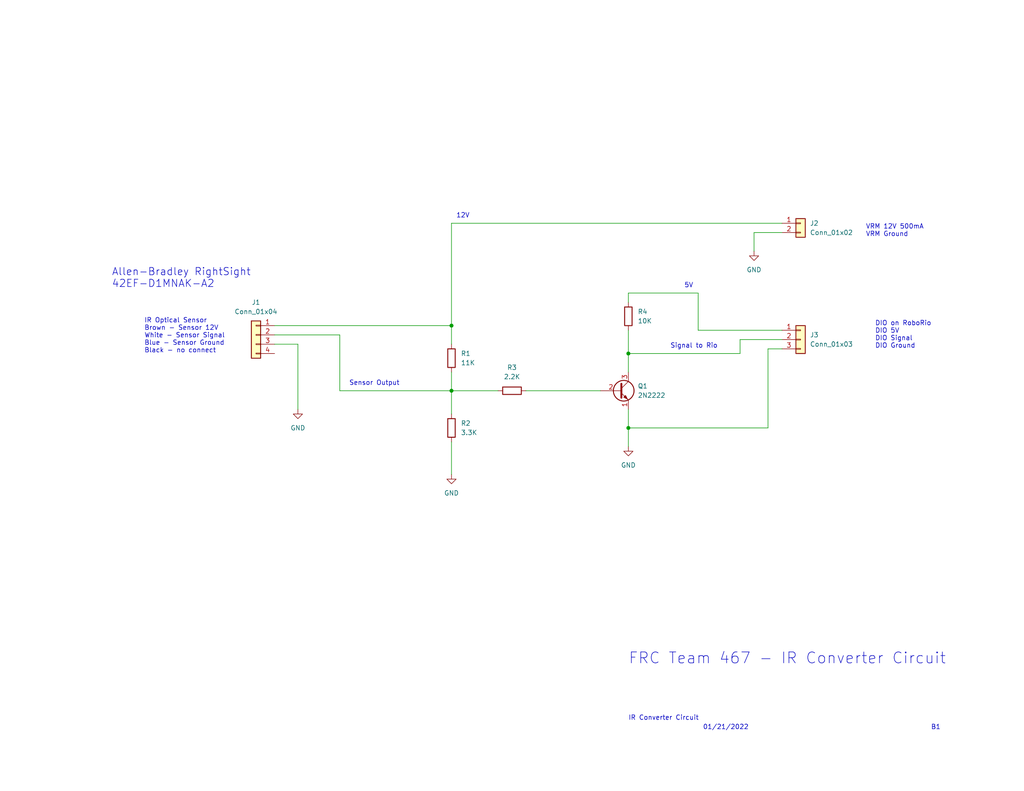
<source format=kicad_sch>
(kicad_sch (version 20211123) (generator eeschema)

  (uuid 7405a170-b61b-49b3-ab38-1050b309f159)

  (paper "A")

  (lib_symbols
    (symbol "Connector_Generic:Conn_01x02" (pin_names (offset 1.016) hide) (in_bom yes) (on_board yes)
      (property "Reference" "J" (id 0) (at 0 2.54 0)
        (effects (font (size 1.27 1.27)))
      )
      (property "Value" "Conn_01x02" (id 1) (at 0 -5.08 0)
        (effects (font (size 1.27 1.27)))
      )
      (property "Footprint" "" (id 2) (at 0 0 0)
        (effects (font (size 1.27 1.27)) hide)
      )
      (property "Datasheet" "~" (id 3) (at 0 0 0)
        (effects (font (size 1.27 1.27)) hide)
      )
      (property "ki_keywords" "connector" (id 4) (at 0 0 0)
        (effects (font (size 1.27 1.27)) hide)
      )
      (property "ki_description" "Generic connector, single row, 01x02, script generated (kicad-library-utils/schlib/autogen/connector/)" (id 5) (at 0 0 0)
        (effects (font (size 1.27 1.27)) hide)
      )
      (property "ki_fp_filters" "Connector*:*_1x??_*" (id 6) (at 0 0 0)
        (effects (font (size 1.27 1.27)) hide)
      )
      (symbol "Conn_01x02_1_1"
        (rectangle (start -1.27 -2.413) (end 0 -2.667)
          (stroke (width 0.1524) (type default) (color 0 0 0 0))
          (fill (type none))
        )
        (rectangle (start -1.27 0.127) (end 0 -0.127)
          (stroke (width 0.1524) (type default) (color 0 0 0 0))
          (fill (type none))
        )
        (rectangle (start -1.27 1.27) (end 1.27 -3.81)
          (stroke (width 0.254) (type default) (color 0 0 0 0))
          (fill (type background))
        )
        (pin passive line (at -5.08 0 0) (length 3.81)
          (name "Pin_1" (effects (font (size 1.27 1.27))))
          (number "1" (effects (font (size 1.27 1.27))))
        )
        (pin passive line (at -5.08 -2.54 0) (length 3.81)
          (name "Pin_2" (effects (font (size 1.27 1.27))))
          (number "2" (effects (font (size 1.27 1.27))))
        )
      )
    )
    (symbol "Connector_Generic:Conn_01x03" (pin_names (offset 1.016) hide) (in_bom yes) (on_board yes)
      (property "Reference" "J" (id 0) (at 0 5.08 0)
        (effects (font (size 1.27 1.27)))
      )
      (property "Value" "Conn_01x03" (id 1) (at 0 -5.08 0)
        (effects (font (size 1.27 1.27)))
      )
      (property "Footprint" "" (id 2) (at 0 0 0)
        (effects (font (size 1.27 1.27)) hide)
      )
      (property "Datasheet" "~" (id 3) (at 0 0 0)
        (effects (font (size 1.27 1.27)) hide)
      )
      (property "ki_keywords" "connector" (id 4) (at 0 0 0)
        (effects (font (size 1.27 1.27)) hide)
      )
      (property "ki_description" "Generic connector, single row, 01x03, script generated (kicad-library-utils/schlib/autogen/connector/)" (id 5) (at 0 0 0)
        (effects (font (size 1.27 1.27)) hide)
      )
      (property "ki_fp_filters" "Connector*:*_1x??_*" (id 6) (at 0 0 0)
        (effects (font (size 1.27 1.27)) hide)
      )
      (symbol "Conn_01x03_1_1"
        (rectangle (start -1.27 -2.413) (end 0 -2.667)
          (stroke (width 0.1524) (type default) (color 0 0 0 0))
          (fill (type none))
        )
        (rectangle (start -1.27 0.127) (end 0 -0.127)
          (stroke (width 0.1524) (type default) (color 0 0 0 0))
          (fill (type none))
        )
        (rectangle (start -1.27 2.667) (end 0 2.413)
          (stroke (width 0.1524) (type default) (color 0 0 0 0))
          (fill (type none))
        )
        (rectangle (start -1.27 3.81) (end 1.27 -3.81)
          (stroke (width 0.254) (type default) (color 0 0 0 0))
          (fill (type background))
        )
        (pin passive line (at -5.08 2.54 0) (length 3.81)
          (name "Pin_1" (effects (font (size 1.27 1.27))))
          (number "1" (effects (font (size 1.27 1.27))))
        )
        (pin passive line (at -5.08 0 0) (length 3.81)
          (name "Pin_2" (effects (font (size 1.27 1.27))))
          (number "2" (effects (font (size 1.27 1.27))))
        )
        (pin passive line (at -5.08 -2.54 0) (length 3.81)
          (name "Pin_3" (effects (font (size 1.27 1.27))))
          (number "3" (effects (font (size 1.27 1.27))))
        )
      )
    )
    (symbol "Connector_Generic:Conn_01x04" (pin_names (offset 1.016) hide) (in_bom yes) (on_board yes)
      (property "Reference" "J" (id 0) (at 0 5.08 0)
        (effects (font (size 1.27 1.27)))
      )
      (property "Value" "Conn_01x04" (id 1) (at 0 -7.62 0)
        (effects (font (size 1.27 1.27)))
      )
      (property "Footprint" "" (id 2) (at 0 0 0)
        (effects (font (size 1.27 1.27)) hide)
      )
      (property "Datasheet" "~" (id 3) (at 0 0 0)
        (effects (font (size 1.27 1.27)) hide)
      )
      (property "ki_keywords" "connector" (id 4) (at 0 0 0)
        (effects (font (size 1.27 1.27)) hide)
      )
      (property "ki_description" "Generic connector, single row, 01x04, script generated (kicad-library-utils/schlib/autogen/connector/)" (id 5) (at 0 0 0)
        (effects (font (size 1.27 1.27)) hide)
      )
      (property "ki_fp_filters" "Connector*:*_1x??_*" (id 6) (at 0 0 0)
        (effects (font (size 1.27 1.27)) hide)
      )
      (symbol "Conn_01x04_1_1"
        (rectangle (start -1.27 -4.953) (end 0 -5.207)
          (stroke (width 0.1524) (type default) (color 0 0 0 0))
          (fill (type none))
        )
        (rectangle (start -1.27 -2.413) (end 0 -2.667)
          (stroke (width 0.1524) (type default) (color 0 0 0 0))
          (fill (type none))
        )
        (rectangle (start -1.27 0.127) (end 0 -0.127)
          (stroke (width 0.1524) (type default) (color 0 0 0 0))
          (fill (type none))
        )
        (rectangle (start -1.27 2.667) (end 0 2.413)
          (stroke (width 0.1524) (type default) (color 0 0 0 0))
          (fill (type none))
        )
        (rectangle (start -1.27 3.81) (end 1.27 -6.35)
          (stroke (width 0.254) (type default) (color 0 0 0 0))
          (fill (type background))
        )
        (pin passive line (at -5.08 2.54 0) (length 3.81)
          (name "Pin_1" (effects (font (size 1.27 1.27))))
          (number "1" (effects (font (size 1.27 1.27))))
        )
        (pin passive line (at -5.08 0 0) (length 3.81)
          (name "Pin_2" (effects (font (size 1.27 1.27))))
          (number "2" (effects (font (size 1.27 1.27))))
        )
        (pin passive line (at -5.08 -2.54 0) (length 3.81)
          (name "Pin_3" (effects (font (size 1.27 1.27))))
          (number "3" (effects (font (size 1.27 1.27))))
        )
        (pin passive line (at -5.08 -5.08 0) (length 3.81)
          (name "Pin_4" (effects (font (size 1.27 1.27))))
          (number "4" (effects (font (size 1.27 1.27))))
        )
      )
    )
    (symbol "Device:R" (pin_numbers hide) (pin_names (offset 0)) (in_bom yes) (on_board yes)
      (property "Reference" "R" (id 0) (at 2.032 0 90)
        (effects (font (size 1.27 1.27)))
      )
      (property "Value" "R" (id 1) (at 0 0 90)
        (effects (font (size 1.27 1.27)))
      )
      (property "Footprint" "" (id 2) (at -1.778 0 90)
        (effects (font (size 1.27 1.27)) hide)
      )
      (property "Datasheet" "~" (id 3) (at 0 0 0)
        (effects (font (size 1.27 1.27)) hide)
      )
      (property "ki_keywords" "R res resistor" (id 4) (at 0 0 0)
        (effects (font (size 1.27 1.27)) hide)
      )
      (property "ki_description" "Resistor" (id 5) (at 0 0 0)
        (effects (font (size 1.27 1.27)) hide)
      )
      (property "ki_fp_filters" "R_*" (id 6) (at 0 0 0)
        (effects (font (size 1.27 1.27)) hide)
      )
      (symbol "R_0_1"
        (rectangle (start -1.016 -2.54) (end 1.016 2.54)
          (stroke (width 0.254) (type default) (color 0 0 0 0))
          (fill (type none))
        )
      )
      (symbol "R_1_1"
        (pin passive line (at 0 3.81 270) (length 1.27)
          (name "~" (effects (font (size 1.27 1.27))))
          (number "1" (effects (font (size 1.27 1.27))))
        )
        (pin passive line (at 0 -3.81 90) (length 1.27)
          (name "~" (effects (font (size 1.27 1.27))))
          (number "2" (effects (font (size 1.27 1.27))))
        )
      )
    )
    (symbol "Transistor_BJT:2N2219" (pin_names (offset 0) hide) (in_bom yes) (on_board yes)
      (property "Reference" "Q" (id 0) (at 5.08 1.905 0)
        (effects (font (size 1.27 1.27)) (justify left))
      )
      (property "Value" "2N2219" (id 1) (at 5.08 0 0)
        (effects (font (size 1.27 1.27)) (justify left))
      )
      (property "Footprint" "Package_TO_SOT_THT:TO-39-3" (id 2) (at 5.08 -1.905 0)
        (effects (font (size 1.27 1.27) italic) (justify left) hide)
      )
      (property "Datasheet" "http://www.onsemi.com/pub_link/Collateral/2N2219-D.PDF" (id 3) (at 0 0 0)
        (effects (font (size 1.27 1.27)) (justify left) hide)
      )
      (property "ki_keywords" "NPN Transistor" (id 4) (at 0 0 0)
        (effects (font (size 1.27 1.27)) hide)
      )
      (property "ki_description" "800mA Ic, 50V Vce, NPN Transistor, TO-39" (id 5) (at 0 0 0)
        (effects (font (size 1.27 1.27)) hide)
      )
      (property "ki_fp_filters" "TO?39*" (id 6) (at 0 0 0)
        (effects (font (size 1.27 1.27)) hide)
      )
      (symbol "2N2219_0_1"
        (polyline
          (pts
            (xy 0.635 0.635)
            (xy 2.54 2.54)
          )
          (stroke (width 0) (type default) (color 0 0 0 0))
          (fill (type none))
        )
        (polyline
          (pts
            (xy 0.635 -0.635)
            (xy 2.54 -2.54)
            (xy 2.54 -2.54)
          )
          (stroke (width 0) (type default) (color 0 0 0 0))
          (fill (type none))
        )
        (polyline
          (pts
            (xy 0.635 1.905)
            (xy 0.635 -1.905)
            (xy 0.635 -1.905)
          )
          (stroke (width 0.508) (type default) (color 0 0 0 0))
          (fill (type none))
        )
        (polyline
          (pts
            (xy 1.27 -1.778)
            (xy 1.778 -1.27)
            (xy 2.286 -2.286)
            (xy 1.27 -1.778)
            (xy 1.27 -1.778)
          )
          (stroke (width 0) (type default) (color 0 0 0 0))
          (fill (type outline))
        )
        (circle (center 1.27 0) (radius 2.8194)
          (stroke (width 0.254) (type default) (color 0 0 0 0))
          (fill (type none))
        )
      )
      (symbol "2N2219_1_1"
        (pin passive line (at 2.54 -5.08 90) (length 2.54)
          (name "E" (effects (font (size 1.27 1.27))))
          (number "1" (effects (font (size 1.27 1.27))))
        )
        (pin passive line (at -5.08 0 0) (length 5.715)
          (name "B" (effects (font (size 1.27 1.27))))
          (number "2" (effects (font (size 1.27 1.27))))
        )
        (pin passive line (at 2.54 5.08 270) (length 2.54)
          (name "C" (effects (font (size 1.27 1.27))))
          (number "3" (effects (font (size 1.27 1.27))))
        )
      )
    )
    (symbol "power:GND" (power) (pin_names (offset 0)) (in_bom yes) (on_board yes)
      (property "Reference" "#PWR" (id 0) (at 0 -6.35 0)
        (effects (font (size 1.27 1.27)) hide)
      )
      (property "Value" "GND" (id 1) (at 0 -3.81 0)
        (effects (font (size 1.27 1.27)))
      )
      (property "Footprint" "" (id 2) (at 0 0 0)
        (effects (font (size 1.27 1.27)) hide)
      )
      (property "Datasheet" "" (id 3) (at 0 0 0)
        (effects (font (size 1.27 1.27)) hide)
      )
      (property "ki_keywords" "power-flag" (id 4) (at 0 0 0)
        (effects (font (size 1.27 1.27)) hide)
      )
      (property "ki_description" "Power symbol creates a global label with name \"GND\" , ground" (id 5) (at 0 0 0)
        (effects (font (size 1.27 1.27)) hide)
      )
      (symbol "GND_0_1"
        (polyline
          (pts
            (xy 0 0)
            (xy 0 -1.27)
            (xy 1.27 -1.27)
            (xy 0 -2.54)
            (xy -1.27 -1.27)
            (xy 0 -1.27)
          )
          (stroke (width 0) (type default) (color 0 0 0 0))
          (fill (type none))
        )
      )
      (symbol "GND_1_1"
        (pin power_in line (at 0 0 270) (length 0) hide
          (name "GND" (effects (font (size 1.27 1.27))))
          (number "1" (effects (font (size 1.27 1.27))))
        )
      )
    )
  )

  (junction (at 171.45 96.52) (diameter 0) (color 0 0 0 0)
    (uuid 0f5e3c5f-346e-4015-af17-0b2c5f831188)
  )
  (junction (at 171.45 116.84) (diameter 0) (color 0 0 0 0)
    (uuid 3634c3e2-3991-4dd0-86fe-b6f6704a2e6b)
  )
  (junction (at 123.19 106.68) (diameter 0) (color 0 0 0 0)
    (uuid 4b405c1f-4e0c-4184-adc2-d525d8d8918b)
  )
  (junction (at 123.19 88.9) (diameter 0) (color 0 0 0 0)
    (uuid 4b9af1f7-7c53-4517-b6ed-ea3900538dcf)
  )

  (wire (pts (xy 92.71 106.68) (xy 123.19 106.68))
    (stroke (width 0) (type default) (color 0 0 0 0))
    (uuid 103f1028-608c-4b12-9bdc-a4793aafe1f6)
  )
  (wire (pts (xy 123.19 60.96) (xy 213.36 60.96))
    (stroke (width 0) (type default) (color 0 0 0 0))
    (uuid 191abc3c-032b-4d20-946b-c3fe9575e1b5)
  )
  (wire (pts (xy 201.93 92.71) (xy 213.36 92.71))
    (stroke (width 0) (type default) (color 0 0 0 0))
    (uuid 19ff652d-041c-41f0-abff-d3a20fbdb68f)
  )
  (wire (pts (xy 171.45 90.17) (xy 171.45 96.52))
    (stroke (width 0) (type default) (color 0 0 0 0))
    (uuid 1afd6dc5-74df-4c34-85e8-fd938d4bcdcb)
  )
  (wire (pts (xy 213.36 63.5) (xy 205.74 63.5))
    (stroke (width 0) (type default) (color 0 0 0 0))
    (uuid 1f64c2fa-89ce-4835-bfa2-b9790d679f3f)
  )
  (wire (pts (xy 190.5 90.17) (xy 190.5 80.01))
    (stroke (width 0) (type default) (color 0 0 0 0))
    (uuid 2b3bc1b7-6c44-4c2a-8ae8-8bdddae8b2d6)
  )
  (wire (pts (xy 92.71 91.44) (xy 92.71 106.68))
    (stroke (width 0) (type default) (color 0 0 0 0))
    (uuid 3ba211fc-60c6-40db-95a2-1fc4d0dbd9a5)
  )
  (wire (pts (xy 74.93 93.98) (xy 81.28 93.98))
    (stroke (width 0) (type default) (color 0 0 0 0))
    (uuid 4c7db964-da0a-401a-9d27-213b063bed8b)
  )
  (wire (pts (xy 171.45 80.01) (xy 171.45 82.55))
    (stroke (width 0) (type default) (color 0 0 0 0))
    (uuid 4f4c1720-b146-4d3e-8a12-b9faa9c3951e)
  )
  (wire (pts (xy 143.51 106.68) (xy 163.83 106.68))
    (stroke (width 0) (type default) (color 0 0 0 0))
    (uuid 5589dea4-b52d-48ea-9584-0dcba2acd0fe)
  )
  (wire (pts (xy 201.93 96.52) (xy 201.93 92.71))
    (stroke (width 0) (type default) (color 0 0 0 0))
    (uuid 5e03ced4-c6d0-44d1-b750-59525dc3560b)
  )
  (wire (pts (xy 81.28 93.98) (xy 81.28 111.76))
    (stroke (width 0) (type default) (color 0 0 0 0))
    (uuid 6b5cdf81-6103-414a-bbca-80af08dd447f)
  )
  (wire (pts (xy 123.19 106.68) (xy 123.19 101.6))
    (stroke (width 0) (type default) (color 0 0 0 0))
    (uuid 6bc0a27a-ddc1-426d-8f8e-e0019c0acbb3)
  )
  (wire (pts (xy 123.19 88.9) (xy 123.19 60.96))
    (stroke (width 0) (type default) (color 0 0 0 0))
    (uuid 71cb587c-2b9a-448f-a37c-cf0ed6dc5357)
  )
  (wire (pts (xy 123.19 88.9) (xy 123.19 93.98))
    (stroke (width 0) (type default) (color 0 0 0 0))
    (uuid 916f1ee1-ab4f-4932-8c6e-d3332d4f09ae)
  )
  (wire (pts (xy 213.36 90.17) (xy 190.5 90.17))
    (stroke (width 0) (type default) (color 0 0 0 0))
    (uuid a743ff4e-70ea-477f-a0e3-f6dba419b6a0)
  )
  (wire (pts (xy 205.74 63.5) (xy 205.74 68.58))
    (stroke (width 0) (type default) (color 0 0 0 0))
    (uuid abba95bf-bbd5-4fa8-9287-1625ee918451)
  )
  (wire (pts (xy 209.55 116.84) (xy 209.55 95.25))
    (stroke (width 0) (type default) (color 0 0 0 0))
    (uuid b13d1e55-7af5-4f6f-a6f1-c6a90ef40627)
  )
  (wire (pts (xy 123.19 106.68) (xy 123.19 113.03))
    (stroke (width 0) (type default) (color 0 0 0 0))
    (uuid bbbe16fd-9c5a-4029-b613-db6d274ce6a7)
  )
  (wire (pts (xy 171.45 96.52) (xy 171.45 101.6))
    (stroke (width 0) (type default) (color 0 0 0 0))
    (uuid cd89e256-87fd-4c0d-961b-a6cb79c209ae)
  )
  (wire (pts (xy 171.45 111.76) (xy 171.45 116.84))
    (stroke (width 0) (type default) (color 0 0 0 0))
    (uuid d69f5e21-b2dc-42ae-b41a-d415e2901eb5)
  )
  (wire (pts (xy 135.89 106.68) (xy 123.19 106.68))
    (stroke (width 0) (type default) (color 0 0 0 0))
    (uuid dcaf27c2-4828-4185-b367-12beb0856f5c)
  )
  (wire (pts (xy 209.55 95.25) (xy 213.36 95.25))
    (stroke (width 0) (type default) (color 0 0 0 0))
    (uuid de6deaeb-6a10-4155-b5a6-88b103cf6326)
  )
  (wire (pts (xy 171.45 116.84) (xy 171.45 121.92))
    (stroke (width 0) (type default) (color 0 0 0 0))
    (uuid e5c57d66-bbfe-4009-839a-c968db37e6dc)
  )
  (wire (pts (xy 190.5 80.01) (xy 171.45 80.01))
    (stroke (width 0) (type default) (color 0 0 0 0))
    (uuid e7ab6a23-0df9-4d44-9b03-ffeb3642b991)
  )
  (wire (pts (xy 123.19 120.65) (xy 123.19 129.54))
    (stroke (width 0) (type default) (color 0 0 0 0))
    (uuid eb9a769a-027e-4eba-8c62-69ae4bb68a43)
  )
  (wire (pts (xy 171.45 116.84) (xy 209.55 116.84))
    (stroke (width 0) (type default) (color 0 0 0 0))
    (uuid f5dd7357-bf2a-46ee-80fa-bc0b43d513c4)
  )
  (wire (pts (xy 74.93 88.9) (xy 123.19 88.9))
    (stroke (width 0) (type default) (color 0 0 0 0))
    (uuid fc55b740-526c-45d6-85c2-d5297e76098d)
  )
  (wire (pts (xy 74.93 91.44) (xy 92.71 91.44))
    (stroke (width 0) (type default) (color 0 0 0 0))
    (uuid fcfe8e89-9d17-4140-8cbf-57b49485b393)
  )
  (wire (pts (xy 171.45 96.52) (xy 201.93 96.52))
    (stroke (width 0) (type default) (color 0 0 0 0))
    (uuid ffa8ebbf-7929-4edf-b97b-1edad0041973)
  )

  (text "IR Optical Sensor\nBrown - Sensor 12V\nWhite - Sensor Signal\nBlue - Sensor Ground\nBlack - no connect"
    (at 39.37 96.52 0)
    (effects (font (size 1.27 1.27)) (justify left bottom))
    (uuid 3c103b5b-3942-4f49-bb30-4cfc56c27418)
  )
  (text "IR Converter Circuit" (at 171.45 196.85 0)
    (effects (font (size 1.27 1.27)) (justify left bottom))
    (uuid 5776a3b0-7224-4f9f-8c81-23da99ceb6c3)
  )
  (text "Allen-Bradley RightSight\n42EF-D1MNAK-A2" (at 30.48 78.74 0)
    (effects (font (size 2 2)) (justify left bottom))
    (uuid 57e5b739-2a2a-467f-9d61-e6b56174ce9b)
  )
  (text "Signal to Rio" (at 182.88 95.25 0)
    (effects (font (size 1.27 1.27)) (justify left bottom))
    (uuid 65a37f5f-0a71-440b-85c9-6f0374f9f1b9)
  )
  (text "01/21/2022" (at 191.77 199.39 0)
    (effects (font (size 1.27 1.27)) (justify left bottom))
    (uuid 884ed176-40a5-4c63-be85-be79c18a1360)
  )
  (text "5V" (at 186.69 78.74 0)
    (effects (font (size 1.27 1.27)) (justify left bottom))
    (uuid 8a9a36aa-9866-42a5-aaca-3c5d06569422)
  )
  (text "B1" (at 254 199.39 0)
    (effects (font (size 1.27 1.27)) (justify left bottom))
    (uuid 9776f4f6-c9b7-4105-8d35-c96aff72ca30)
  )
  (text "12V" (at 124.46 59.69 0)
    (effects (font (size 1.27 1.27)) (justify left bottom))
    (uuid 9d6be46f-4c24-487f-8c07-c54749c13a6d)
  )
  (text "FRC Team 467 - IR Converter Circuit" (at 171.45 181.61 0)
    (effects (font (size 3 3)) (justify left bottom))
    (uuid a82c3f0a-2dbd-4c77-a997-5fa4a70abe5c)
  )
  (text "DIO on RoboRio\nDIO 5V\nDIO Signal\nDIO Ground" (at 238.76 95.25 0)
    (effects (font (size 1.27 1.27)) (justify left bottom))
    (uuid c0689301-ca76-4736-a591-8b8643cad601)
  )
  (text "VRM 12V 500mA\nVRM Ground" (at 236.22 64.77 0)
    (effects (font (size 1.27 1.27)) (justify left bottom))
    (uuid c85fbb29-0e2a-457b-8210-1fcf91bffeea)
  )
  (text "Sensor Output" (at 95.25 105.41 0)
    (effects (font (size 1.27 1.27)) (justify left bottom))
    (uuid c89cd0b5-1afd-42d5-aaca-65bb60ffd5b8)
  )

  (symbol (lib_id "Transistor_BJT:2N2219") (at 168.91 106.68 0) (unit 1)
    (in_bom yes) (on_board yes) (fields_autoplaced)
    (uuid 202665ea-f8d8-4b47-9629-dce112770fc7)
    (property "Reference" "Q1" (id 0) (at 173.99 105.4099 0)
      (effects (font (size 1.27 1.27)) (justify left))
    )
    (property "Value" "2N2222" (id 1) (at 173.99 107.9499 0)
      (effects (font (size 1.27 1.27)) (justify left))
    )
    (property "Footprint" "Package_TO_SOT_THT:TO-39-3" (id 2) (at 173.99 108.585 0)
      (effects (font (size 1.27 1.27) italic) (justify left) hide)
    )
    (property "Datasheet" "http://www.onsemi.com/pub_link/Collateral/2N2219-D.PDF" (id 3) (at 168.91 106.68 0)
      (effects (font (size 1.27 1.27)) (justify left) hide)
    )
    (pin "1" (uuid 8b1d06cc-951a-4704-a0d9-d65d105678e3))
    (pin "2" (uuid 97ffe3d7-bea6-43f4-b148-f141e2f89eb1))
    (pin "3" (uuid 273429d9-ba8c-49f6-bb1d-49e82d6763fb))
  )

  (symbol (lib_id "Device:R") (at 139.7 106.68 270) (unit 1)
    (in_bom yes) (on_board yes) (fields_autoplaced)
    (uuid 3c8bd413-63e8-495c-9764-b9fc6f1d21e8)
    (property "Reference" "R3" (id 0) (at 139.7 100.33 90))
    (property "Value" "2.2K" (id 1) (at 139.7 102.87 90))
    (property "Footprint" "" (id 2) (at 139.7 104.902 90)
      (effects (font (size 1.27 1.27)) hide)
    )
    (property "Datasheet" "~" (id 3) (at 139.7 106.68 0)
      (effects (font (size 1.27 1.27)) hide)
    )
    (pin "1" (uuid 180b9e8f-6dae-4fa4-a1c6-e33af971accb))
    (pin "2" (uuid 0b4f7ab7-1163-49bc-99c7-e21fcd14e040))
  )

  (symbol (lib_id "Device:R") (at 123.19 116.84 0) (unit 1)
    (in_bom yes) (on_board yes) (fields_autoplaced)
    (uuid 57780db9-1f60-4fc5-9abb-98202d00b274)
    (property "Reference" "R2" (id 0) (at 125.73 115.5699 0)
      (effects (font (size 1.27 1.27)) (justify left))
    )
    (property "Value" "3.3K" (id 1) (at 125.73 118.1099 0)
      (effects (font (size 1.27 1.27)) (justify left))
    )
    (property "Footprint" "" (id 2) (at 121.412 116.84 90)
      (effects (font (size 1.27 1.27)) hide)
    )
    (property "Datasheet" "~" (id 3) (at 123.19 116.84 0)
      (effects (font (size 1.27 1.27)) hide)
    )
    (pin "1" (uuid 75e4c296-c2dc-478b-8827-1b2b6d2b099a))
    (pin "2" (uuid ce61bce7-7025-400e-bc91-7d01dc544399))
  )

  (symbol (lib_id "power:GND") (at 81.28 111.76 0) (unit 1)
    (in_bom yes) (on_board yes) (fields_autoplaced)
    (uuid 61ad7c44-ac79-4f54-ace6-2fbff78d9065)
    (property "Reference" "#PWR?" (id 0) (at 81.28 118.11 0)
      (effects (font (size 1.27 1.27)) hide)
    )
    (property "Value" "GND" (id 1) (at 81.28 116.84 0))
    (property "Footprint" "" (id 2) (at 81.28 111.76 0)
      (effects (font (size 1.27 1.27)) hide)
    )
    (property "Datasheet" "" (id 3) (at 81.28 111.76 0)
      (effects (font (size 1.27 1.27)) hide)
    )
    (pin "1" (uuid 34df9c3f-9d08-431f-9c48-05ecf55ed177))
  )

  (symbol (lib_id "power:GND") (at 205.74 68.58 0) (unit 1)
    (in_bom yes) (on_board yes) (fields_autoplaced)
    (uuid 6adfacf7-c73b-4907-99a8-8dcb4863abe6)
    (property "Reference" "#PWR03" (id 0) (at 205.74 74.93 0)
      (effects (font (size 1.27 1.27)) hide)
    )
    (property "Value" "GND" (id 1) (at 205.74 73.66 0))
    (property "Footprint" "" (id 2) (at 205.74 68.58 0)
      (effects (font (size 1.27 1.27)) hide)
    )
    (property "Datasheet" "" (id 3) (at 205.74 68.58 0)
      (effects (font (size 1.27 1.27)) hide)
    )
    (pin "1" (uuid d6f38e7a-9a8f-47f5-8f54-bfbd88b00d3d))
  )

  (symbol (lib_id "Connector_Generic:Conn_01x03") (at 218.44 92.71 0) (unit 1)
    (in_bom yes) (on_board yes) (fields_autoplaced)
    (uuid 76db7166-9261-4b71-b934-6ecd247ffb72)
    (property "Reference" "J3" (id 0) (at 220.98 91.4399 0)
      (effects (font (size 1.27 1.27)) (justify left))
    )
    (property "Value" "Conn_01x03" (id 1) (at 220.98 93.9799 0)
      (effects (font (size 1.27 1.27)) (justify left))
    )
    (property "Footprint" "" (id 2) (at 218.44 92.71 0)
      (effects (font (size 1.27 1.27)) hide)
    )
    (property "Datasheet" "~" (id 3) (at 218.44 92.71 0)
      (effects (font (size 1.27 1.27)) hide)
    )
    (pin "1" (uuid 24f25237-5ed6-401a-9318-00eb04210f03))
    (pin "2" (uuid fe068832-4e61-49c6-a44e-ff7ae58a7756))
    (pin "3" (uuid 6ccce700-e87c-4714-a145-96ba6b7b6d1b))
  )

  (symbol (lib_id "Device:R") (at 171.45 86.36 0) (unit 1)
    (in_bom yes) (on_board yes) (fields_autoplaced)
    (uuid 7d45c6d0-20eb-443b-bbe3-5af1da6bb643)
    (property "Reference" "R4" (id 0) (at 173.99 85.0899 0)
      (effects (font (size 1.27 1.27)) (justify left))
    )
    (property "Value" "10K" (id 1) (at 173.99 87.6299 0)
      (effects (font (size 1.27 1.27)) (justify left))
    )
    (property "Footprint" "" (id 2) (at 169.672 86.36 90)
      (effects (font (size 1.27 1.27)) hide)
    )
    (property "Datasheet" "~" (id 3) (at 171.45 86.36 0)
      (effects (font (size 1.27 1.27)) hide)
    )
    (pin "1" (uuid ea175124-0c3d-4d4c-ac3a-f521c2951c71))
    (pin "2" (uuid 4b5d7989-95cb-47df-950b-c34f19011e90))
  )

  (symbol (lib_id "Connector_Generic:Conn_01x04") (at 69.85 91.44 0) (mirror y) (unit 1)
    (in_bom yes) (on_board yes) (fields_autoplaced)
    (uuid 7fbe5a8f-2d0e-4a16-beca-0919d47221ca)
    (property "Reference" "J1" (id 0) (at 69.85 82.55 0))
    (property "Value" "Conn_01x04" (id 1) (at 69.85 85.09 0))
    (property "Footprint" "" (id 2) (at 69.85 91.44 0)
      (effects (font (size 1.27 1.27)) hide)
    )
    (property "Datasheet" "~" (id 3) (at 69.85 91.44 0)
      (effects (font (size 1.27 1.27)) hide)
    )
    (pin "1" (uuid 06d848e7-06d3-4f1f-b8a6-e55eeea6496b))
    (pin "2" (uuid d853148e-d70e-4ebd-9454-96165e849438))
    (pin "3" (uuid 26259ec4-6563-403a-9e03-fd866848adcd))
    (pin "4" (uuid ca869630-20d8-469c-84d5-695c31b087ee))
  )

  (symbol (lib_id "power:GND") (at 123.19 129.54 0) (unit 1)
    (in_bom yes) (on_board yes) (fields_autoplaced)
    (uuid 8deb245f-59c9-401a-856e-3f655cda641e)
    (property "Reference" "#PWR01" (id 0) (at 123.19 135.89 0)
      (effects (font (size 1.27 1.27)) hide)
    )
    (property "Value" "GND" (id 1) (at 123.19 134.62 0))
    (property "Footprint" "" (id 2) (at 123.19 129.54 0)
      (effects (font (size 1.27 1.27)) hide)
    )
    (property "Datasheet" "" (id 3) (at 123.19 129.54 0)
      (effects (font (size 1.27 1.27)) hide)
    )
    (pin "1" (uuid f1719b2b-3ead-4e48-891b-d6d3362bddc2))
  )

  (symbol (lib_id "power:GND") (at 171.45 121.92 0) (unit 1)
    (in_bom yes) (on_board yes) (fields_autoplaced)
    (uuid bcc95fd7-fdf9-4051-8d8f-7823e76eee32)
    (property "Reference" "#PWR02" (id 0) (at 171.45 128.27 0)
      (effects (font (size 1.27 1.27)) hide)
    )
    (property "Value" "GND" (id 1) (at 171.45 127 0))
    (property "Footprint" "" (id 2) (at 171.45 121.92 0)
      (effects (font (size 1.27 1.27)) hide)
    )
    (property "Datasheet" "" (id 3) (at 171.45 121.92 0)
      (effects (font (size 1.27 1.27)) hide)
    )
    (pin "1" (uuid 5a99768e-d25b-4632-aa33-9050e210a6d2))
  )

  (symbol (lib_id "Connector_Generic:Conn_01x02") (at 218.44 60.96 0) (unit 1)
    (in_bom yes) (on_board yes) (fields_autoplaced)
    (uuid d8193e57-0826-4c81-85bf-445a43002cc4)
    (property "Reference" "J2" (id 0) (at 220.98 60.9599 0)
      (effects (font (size 1.27 1.27)) (justify left))
    )
    (property "Value" "Conn_01x02" (id 1) (at 220.98 63.4999 0)
      (effects (font (size 1.27 1.27)) (justify left))
    )
    (property "Footprint" "" (id 2) (at 218.44 60.96 0)
      (effects (font (size 1.27 1.27)) hide)
    )
    (property "Datasheet" "~" (id 3) (at 218.44 60.96 0)
      (effects (font (size 1.27 1.27)) hide)
    )
    (pin "1" (uuid b1e33a50-4522-4f41-8899-2219004f71ac))
    (pin "2" (uuid 0b103408-3fc5-4d1b-8f40-ee276aae0477))
  )

  (symbol (lib_id "Device:R") (at 123.19 97.79 0) (unit 1)
    (in_bom yes) (on_board yes) (fields_autoplaced)
    (uuid fbb50421-f88c-4d82-969c-09c2a9fef6a9)
    (property "Reference" "R1" (id 0) (at 125.73 96.5199 0)
      (effects (font (size 1.27 1.27)) (justify left))
    )
    (property "Value" "11K" (id 1) (at 125.73 99.0599 0)
      (effects (font (size 1.27 1.27)) (justify left))
    )
    (property "Footprint" "" (id 2) (at 121.412 97.79 90)
      (effects (font (size 1.27 1.27)) hide)
    )
    (property "Datasheet" "~" (id 3) (at 123.19 97.79 0)
      (effects (font (size 1.27 1.27)) hide)
    )
    (pin "1" (uuid 2b720fb1-e4d7-4330-8853-46bab5b648ef))
    (pin "2" (uuid 4b4f8a8e-03cf-40a7-8fad-fe39dfbabdac))
  )

  (sheet_instances
    (path "/" (page "1"))
  )

  (symbol_instances
    (path "/8deb245f-59c9-401a-856e-3f655cda641e"
      (reference "#PWR01") (unit 1) (value "GND") (footprint "")
    )
    (path "/bcc95fd7-fdf9-4051-8d8f-7823e76eee32"
      (reference "#PWR02") (unit 1) (value "GND") (footprint "")
    )
    (path "/6adfacf7-c73b-4907-99a8-8dcb4863abe6"
      (reference "#PWR03") (unit 1) (value "GND") (footprint "")
    )
    (path "/61ad7c44-ac79-4f54-ace6-2fbff78d9065"
      (reference "#PWR?") (unit 1) (value "GND") (footprint "")
    )
    (path "/7fbe5a8f-2d0e-4a16-beca-0919d47221ca"
      (reference "J1") (unit 1) (value "Conn_01x04") (footprint "")
    )
    (path "/d8193e57-0826-4c81-85bf-445a43002cc4"
      (reference "J2") (unit 1) (value "Conn_01x02") (footprint "")
    )
    (path "/76db7166-9261-4b71-b934-6ecd247ffb72"
      (reference "J3") (unit 1) (value "Conn_01x03") (footprint "")
    )
    (path "/202665ea-f8d8-4b47-9629-dce112770fc7"
      (reference "Q1") (unit 1) (value "2N2222") (footprint "Package_TO_SOT_THT:TO-39-3")
    )
    (path "/fbb50421-f88c-4d82-969c-09c2a9fef6a9"
      (reference "R1") (unit 1) (value "11K") (footprint "")
    )
    (path "/57780db9-1f60-4fc5-9abb-98202d00b274"
      (reference "R2") (unit 1) (value "3.3K") (footprint "")
    )
    (path "/3c8bd413-63e8-495c-9764-b9fc6f1d21e8"
      (reference "R3") (unit 1) (value "2.2K") (footprint "")
    )
    (path "/7d45c6d0-20eb-443b-bbe3-5af1da6bb643"
      (reference "R4") (unit 1) (value "10K") (footprint "")
    )
  )
)

</source>
